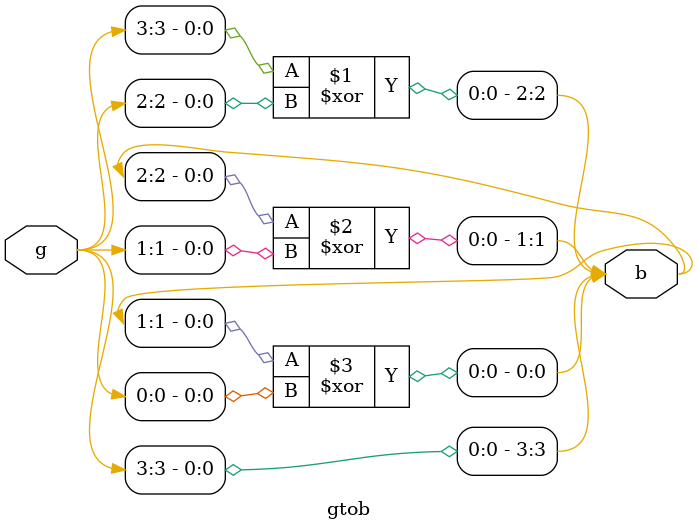
<source format=v>
module gtob(g,b);
input[3:0]g;
output[3:0]b;
 buf buf_b1(b[3],g[3]);
 xor xor_b1(b[2],b[3],g[2]);
 xor xor_b2(b[1],b[2],g[1]);
 xor xor_b3(b[0],b[1],g[0]);
endmodule


</source>
